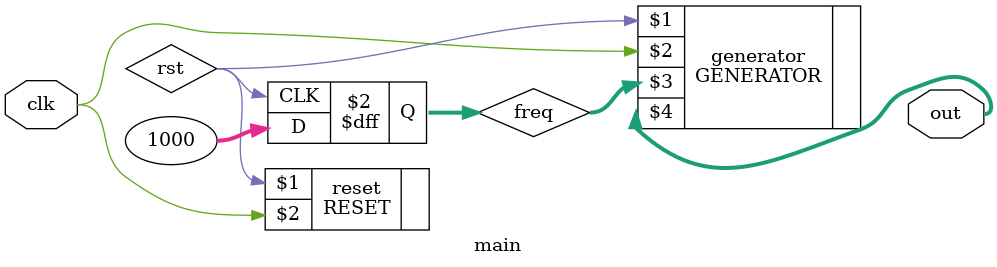
<source format=v>
module main(clk, out);

	input clk;
	output [7:0] out;

	wire rst;
	RESET reset(rst,clk);
	
	reg [31:0] freq;
	defparam generator.width = 8;
	defparam generator.fclk = 32'd50000000;
	GENERATOR generator(rst,clk,freq,out);
	
	always @(posedge rst) 
			freq <= 1000;

endmodule
</source>
